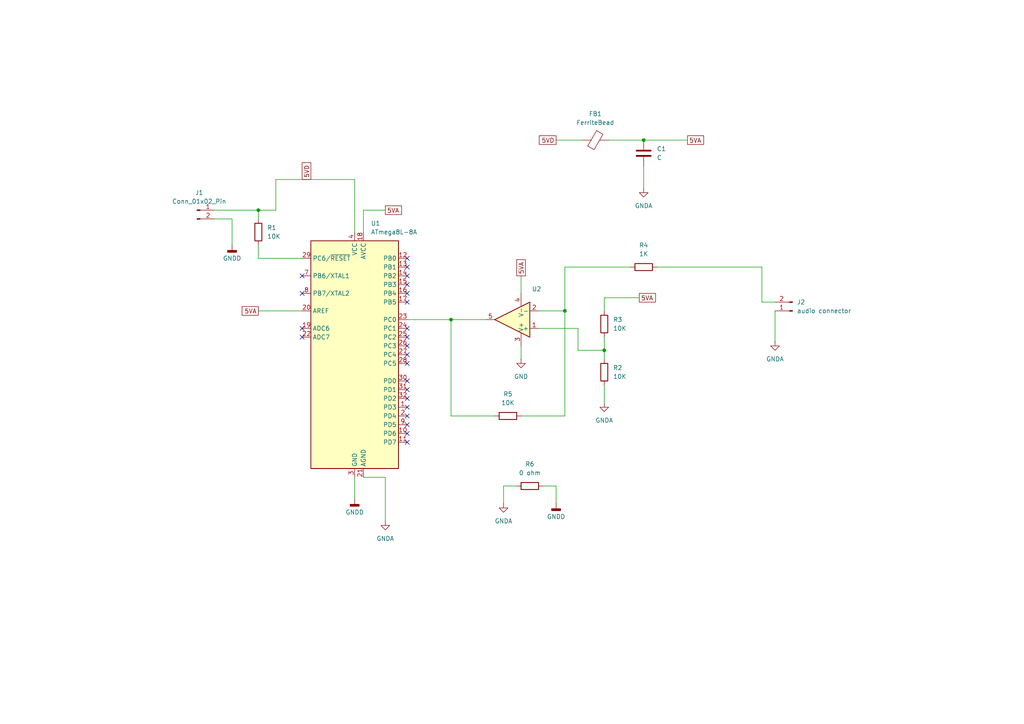
<source format=kicad_sch>
(kicad_sch
	(version 20250114)
	(generator "eeschema")
	(generator_version "9.0")
	(uuid "982cc980-9674-4926-826e-44d056093665")
	(paper "A4")
	(title_block
		(title "Analog-mixed signal project")
		(company "Niyathi arun")
	)
	(lib_symbols
		(symbol "+3.7v:GND"
			(power)
			(pin_numbers
				(hide yes)
			)
			(pin_names
				(offset 0)
				(hide yes)
			)
			(exclude_from_sim no)
			(in_bom yes)
			(on_board yes)
			(property "Reference" "#PWR"
				(at 0 -6.35 0)
				(effects
					(font
						(size 1.27 1.27)
					)
					(hide yes)
				)
			)
			(property "Value" "GND"
				(at 0 -3.81 0)
				(effects
					(font
						(size 1.27 1.27)
					)
				)
			)
			(property "Footprint" ""
				(at 0 0 0)
				(effects
					(font
						(size 1.27 1.27)
					)
					(hide yes)
				)
			)
			(property "Datasheet" ""
				(at 0 0 0)
				(effects
					(font
						(size 1.27 1.27)
					)
					(hide yes)
				)
			)
			(property "Description" "Power symbol creates a global label with name \"GND\" , ground"
				(at 0 0 0)
				(effects
					(font
						(size 1.27 1.27)
					)
					(hide yes)
				)
			)
			(property "ki_keywords" "global power"
				(at 0 0 0)
				(effects
					(font
						(size 1.27 1.27)
					)
					(hide yes)
				)
			)
			(symbol "GND_0_1"
				(polyline
					(pts
						(xy 0 0) (xy 0 -1.27) (xy 1.27 -1.27) (xy 0 -2.54) (xy -1.27 -1.27) (xy 0 -1.27)
					)
					(stroke
						(width 0)
						(type default)
					)
					(fill
						(type none)
					)
				)
			)
			(symbol "GND_1_1"
				(pin power_in line
					(at 0 0 270)
					(length 0)
					(name "~"
						(effects
							(font
								(size 1.27 1.27)
							)
						)
					)
					(number "1"
						(effects
							(font
								(size 1.27 1.27)
							)
						)
					)
				)
			)
			(embedded_fonts no)
		)
		(symbol "+3.7v:GNDA"
			(power)
			(pin_numbers
				(hide yes)
			)
			(pin_names
				(offset 0)
				(hide yes)
			)
			(exclude_from_sim no)
			(in_bom yes)
			(on_board yes)
			(property "Reference" "#PWR"
				(at 0 -6.35 0)
				(effects
					(font
						(size 1.27 1.27)
					)
					(hide yes)
				)
			)
			(property "Value" "GNDA"
				(at 0 -3.81 0)
				(effects
					(font
						(size 1.27 1.27)
					)
				)
			)
			(property "Footprint" ""
				(at 0 0 0)
				(effects
					(font
						(size 1.27 1.27)
					)
					(hide yes)
				)
			)
			(property "Datasheet" ""
				(at 0 0 0)
				(effects
					(font
						(size 1.27 1.27)
					)
					(hide yes)
				)
			)
			(property "Description" "Power symbol creates a global label with name \"GNDA\" , analog ground"
				(at 0 0 0)
				(effects
					(font
						(size 1.27 1.27)
					)
					(hide yes)
				)
			)
			(property "ki_keywords" "global power"
				(at 0 0 0)
				(effects
					(font
						(size 1.27 1.27)
					)
					(hide yes)
				)
			)
			(symbol "GNDA_0_1"
				(polyline
					(pts
						(xy 0 0) (xy 0 -1.27) (xy 1.27 -1.27) (xy 0 -2.54) (xy -1.27 -1.27) (xy 0 -1.27)
					)
					(stroke
						(width 0)
						(type default)
					)
					(fill
						(type none)
					)
				)
			)
			(symbol "GNDA_1_1"
				(pin power_in line
					(at 0 0 270)
					(length 0)
					(name "~"
						(effects
							(font
								(size 1.27 1.27)
							)
						)
					)
					(number "1"
						(effects
							(font
								(size 1.27 1.27)
							)
						)
					)
				)
			)
			(embedded_fonts no)
		)
		(symbol "+3.7v:GNDD"
			(power)
			(pin_numbers
				(hide yes)
			)
			(pin_names
				(offset 0)
				(hide yes)
			)
			(exclude_from_sim no)
			(in_bom yes)
			(on_board yes)
			(property "Reference" "#PWR"
				(at 0 -6.35 0)
				(effects
					(font
						(size 1.27 1.27)
					)
					(hide yes)
				)
			)
			(property "Value" "GNDD"
				(at 0 -3.175 0)
				(effects
					(font
						(size 1.27 1.27)
					)
				)
			)
			(property "Footprint" ""
				(at 0 0 0)
				(effects
					(font
						(size 1.27 1.27)
					)
					(hide yes)
				)
			)
			(property "Datasheet" ""
				(at 0 0 0)
				(effects
					(font
						(size 1.27 1.27)
					)
					(hide yes)
				)
			)
			(property "Description" "Power symbol creates a global label with name \"GNDD\" , digital ground"
				(at 0 0 0)
				(effects
					(font
						(size 1.27 1.27)
					)
					(hide yes)
				)
			)
			(property "ki_keywords" "global power"
				(at 0 0 0)
				(effects
					(font
						(size 1.27 1.27)
					)
					(hide yes)
				)
			)
			(symbol "GNDD_0_1"
				(rectangle
					(start -1.27 -1.524)
					(end 1.27 -2.032)
					(stroke
						(width 0.254)
						(type default)
					)
					(fill
						(type outline)
					)
				)
				(polyline
					(pts
						(xy 0 0) (xy 0 -1.524)
					)
					(stroke
						(width 0)
						(type default)
					)
					(fill
						(type none)
					)
				)
			)
			(symbol "GNDD_1_1"
				(pin power_in line
					(at 0 0 270)
					(length 0)
					(name "~"
						(effects
							(font
								(size 1.27 1.27)
							)
						)
					)
					(number "1"
						(effects
							(font
								(size 1.27 1.27)
							)
						)
					)
				)
			)
			(embedded_fonts no)
		)
		(symbol "Connector:Conn_01x02_Pin"
			(pin_names
				(offset 1.016)
				(hide yes)
			)
			(exclude_from_sim no)
			(in_bom yes)
			(on_board yes)
			(property "Reference" "J"
				(at 0 2.54 0)
				(effects
					(font
						(size 1.27 1.27)
					)
				)
			)
			(property "Value" "Conn_01x02_Pin"
				(at 0 -5.08 0)
				(effects
					(font
						(size 1.27 1.27)
					)
				)
			)
			(property "Footprint" ""
				(at 0 0 0)
				(effects
					(font
						(size 1.27 1.27)
					)
					(hide yes)
				)
			)
			(property "Datasheet" "~"
				(at 0 0 0)
				(effects
					(font
						(size 1.27 1.27)
					)
					(hide yes)
				)
			)
			(property "Description" "Generic connector, single row, 01x02, script generated"
				(at 0 0 0)
				(effects
					(font
						(size 1.27 1.27)
					)
					(hide yes)
				)
			)
			(property "ki_locked" ""
				(at 0 0 0)
				(effects
					(font
						(size 1.27 1.27)
					)
				)
			)
			(property "ki_keywords" "connector"
				(at 0 0 0)
				(effects
					(font
						(size 1.27 1.27)
					)
					(hide yes)
				)
			)
			(property "ki_fp_filters" "Connector*:*_1x??_*"
				(at 0 0 0)
				(effects
					(font
						(size 1.27 1.27)
					)
					(hide yes)
				)
			)
			(symbol "Conn_01x02_Pin_1_1"
				(rectangle
					(start 0.8636 0.127)
					(end 0 -0.127)
					(stroke
						(width 0.1524)
						(type default)
					)
					(fill
						(type outline)
					)
				)
				(rectangle
					(start 0.8636 -2.413)
					(end 0 -2.667)
					(stroke
						(width 0.1524)
						(type default)
					)
					(fill
						(type outline)
					)
				)
				(polyline
					(pts
						(xy 1.27 0) (xy 0.8636 0)
					)
					(stroke
						(width 0.1524)
						(type default)
					)
					(fill
						(type none)
					)
				)
				(polyline
					(pts
						(xy 1.27 -2.54) (xy 0.8636 -2.54)
					)
					(stroke
						(width 0.1524)
						(type default)
					)
					(fill
						(type none)
					)
				)
				(pin passive line
					(at 5.08 0 180)
					(length 3.81)
					(name "Pin_1"
						(effects
							(font
								(size 1.27 1.27)
							)
						)
					)
					(number "1"
						(effects
							(font
								(size 1.27 1.27)
							)
						)
					)
				)
				(pin passive line
					(at 5.08 -2.54 180)
					(length 3.81)
					(name "Pin_2"
						(effects
							(font
								(size 1.27 1.27)
							)
						)
					)
					(number "2"
						(effects
							(font
								(size 1.27 1.27)
							)
						)
					)
				)
			)
			(embedded_fonts no)
		)
		(symbol "Device:C"
			(pin_numbers
				(hide yes)
			)
			(pin_names
				(offset 0.254)
			)
			(exclude_from_sim no)
			(in_bom yes)
			(on_board yes)
			(property "Reference" "C"
				(at 0.635 2.54 0)
				(effects
					(font
						(size 1.27 1.27)
					)
					(justify left)
				)
			)
			(property "Value" "C"
				(at 0.635 -2.54 0)
				(effects
					(font
						(size 1.27 1.27)
					)
					(justify left)
				)
			)
			(property "Footprint" ""
				(at 0.9652 -3.81 0)
				(effects
					(font
						(size 1.27 1.27)
					)
					(hide yes)
				)
			)
			(property "Datasheet" "~"
				(at 0 0 0)
				(effects
					(font
						(size 1.27 1.27)
					)
					(hide yes)
				)
			)
			(property "Description" "Unpolarized capacitor"
				(at 0 0 0)
				(effects
					(font
						(size 1.27 1.27)
					)
					(hide yes)
				)
			)
			(property "ki_keywords" "cap capacitor"
				(at 0 0 0)
				(effects
					(font
						(size 1.27 1.27)
					)
					(hide yes)
				)
			)
			(property "ki_fp_filters" "C_*"
				(at 0 0 0)
				(effects
					(font
						(size 1.27 1.27)
					)
					(hide yes)
				)
			)
			(symbol "C_0_1"
				(polyline
					(pts
						(xy -2.032 0.762) (xy 2.032 0.762)
					)
					(stroke
						(width 0.508)
						(type default)
					)
					(fill
						(type none)
					)
				)
				(polyline
					(pts
						(xy -2.032 -0.762) (xy 2.032 -0.762)
					)
					(stroke
						(width 0.508)
						(type default)
					)
					(fill
						(type none)
					)
				)
			)
			(symbol "C_1_1"
				(pin passive line
					(at 0 3.81 270)
					(length 2.794)
					(name "~"
						(effects
							(font
								(size 1.27 1.27)
							)
						)
					)
					(number "1"
						(effects
							(font
								(size 1.27 1.27)
							)
						)
					)
				)
				(pin passive line
					(at 0 -3.81 90)
					(length 2.794)
					(name "~"
						(effects
							(font
								(size 1.27 1.27)
							)
						)
					)
					(number "2"
						(effects
							(font
								(size 1.27 1.27)
							)
						)
					)
				)
			)
			(embedded_fonts no)
		)
		(symbol "Device:FerriteBead"
			(pin_numbers
				(hide yes)
			)
			(pin_names
				(offset 0)
			)
			(exclude_from_sim no)
			(in_bom yes)
			(on_board yes)
			(property "Reference" "FB"
				(at -3.81 0.635 90)
				(effects
					(font
						(size 1.27 1.27)
					)
				)
			)
			(property "Value" "FerriteBead"
				(at 3.81 0 90)
				(effects
					(font
						(size 1.27 1.27)
					)
				)
			)
			(property "Footprint" ""
				(at -1.778 0 90)
				(effects
					(font
						(size 1.27 1.27)
					)
					(hide yes)
				)
			)
			(property "Datasheet" "~"
				(at 0 0 0)
				(effects
					(font
						(size 1.27 1.27)
					)
					(hide yes)
				)
			)
			(property "Description" "Ferrite bead"
				(at 0 0 0)
				(effects
					(font
						(size 1.27 1.27)
					)
					(hide yes)
				)
			)
			(property "ki_keywords" "L ferrite bead inductor filter"
				(at 0 0 0)
				(effects
					(font
						(size 1.27 1.27)
					)
					(hide yes)
				)
			)
			(property "ki_fp_filters" "Inductor_* L_* *Ferrite*"
				(at 0 0 0)
				(effects
					(font
						(size 1.27 1.27)
					)
					(hide yes)
				)
			)
			(symbol "FerriteBead_0_1"
				(polyline
					(pts
						(xy -2.7686 0.4064) (xy -1.7018 2.2606) (xy 2.7686 -0.3048) (xy 1.6764 -2.159) (xy -2.7686 0.4064)
					)
					(stroke
						(width 0)
						(type default)
					)
					(fill
						(type none)
					)
				)
				(polyline
					(pts
						(xy 0 1.27) (xy 0 1.2954)
					)
					(stroke
						(width 0)
						(type default)
					)
					(fill
						(type none)
					)
				)
				(polyline
					(pts
						(xy 0 -1.27) (xy 0 -1.2192)
					)
					(stroke
						(width 0)
						(type default)
					)
					(fill
						(type none)
					)
				)
			)
			(symbol "FerriteBead_1_1"
				(pin passive line
					(at 0 3.81 270)
					(length 2.54)
					(name "~"
						(effects
							(font
								(size 1.27 1.27)
							)
						)
					)
					(number "1"
						(effects
							(font
								(size 1.27 1.27)
							)
						)
					)
				)
				(pin passive line
					(at 0 -3.81 90)
					(length 2.54)
					(name "~"
						(effects
							(font
								(size 1.27 1.27)
							)
						)
					)
					(number "2"
						(effects
							(font
								(size 1.27 1.27)
							)
						)
					)
				)
			)
			(embedded_fonts no)
		)
		(symbol "Device:R"
			(pin_numbers
				(hide yes)
			)
			(pin_names
				(offset 0)
			)
			(exclude_from_sim no)
			(in_bom yes)
			(on_board yes)
			(property "Reference" "R"
				(at 2.032 0 90)
				(effects
					(font
						(size 1.27 1.27)
					)
				)
			)
			(property "Value" "R"
				(at 0 0 90)
				(effects
					(font
						(size 1.27 1.27)
					)
				)
			)
			(property "Footprint" ""
				(at -1.778 0 90)
				(effects
					(font
						(size 1.27 1.27)
					)
					(hide yes)
				)
			)
			(property "Datasheet" "~"
				(at 0 0 0)
				(effects
					(font
						(size 1.27 1.27)
					)
					(hide yes)
				)
			)
			(property "Description" "Resistor"
				(at 0 0 0)
				(effects
					(font
						(size 1.27 1.27)
					)
					(hide yes)
				)
			)
			(property "ki_keywords" "R res resistor"
				(at 0 0 0)
				(effects
					(font
						(size 1.27 1.27)
					)
					(hide yes)
				)
			)
			(property "ki_fp_filters" "R_*"
				(at 0 0 0)
				(effects
					(font
						(size 1.27 1.27)
					)
					(hide yes)
				)
			)
			(symbol "R_0_1"
				(rectangle
					(start -1.016 -2.54)
					(end 1.016 2.54)
					(stroke
						(width 0.254)
						(type default)
					)
					(fill
						(type none)
					)
				)
			)
			(symbol "R_1_1"
				(pin passive line
					(at 0 3.81 270)
					(length 1.27)
					(name "~"
						(effects
							(font
								(size 1.27 1.27)
							)
						)
					)
					(number "1"
						(effects
							(font
								(size 1.27 1.27)
							)
						)
					)
				)
				(pin passive line
					(at 0 -3.81 90)
					(length 1.27)
					(name "~"
						(effects
							(font
								(size 1.27 1.27)
							)
						)
					)
					(number "2"
						(effects
							(font
								(size 1.27 1.27)
							)
						)
					)
				)
			)
			(embedded_fonts no)
		)
		(symbol "MCU_Microchip_ATmega:ATmega8L-8A"
			(exclude_from_sim no)
			(in_bom yes)
			(on_board yes)
			(property "Reference" "U"
				(at -12.7 34.29 0)
				(effects
					(font
						(size 1.27 1.27)
					)
					(justify left bottom)
				)
			)
			(property "Value" "ATmega8L-8A"
				(at 5.08 -34.29 0)
				(effects
					(font
						(size 1.27 1.27)
					)
					(justify left top)
				)
			)
			(property "Footprint" "Package_QFP:TQFP-32_7x7mm_P0.8mm"
				(at 0 0 0)
				(effects
					(font
						(size 1.27 1.27)
						(italic yes)
					)
					(hide yes)
				)
			)
			(property "Datasheet" "http://ww1.microchip.com/downloads/en/DeviceDoc/atmel-2486-8-bit-avr-microcontroller-atmega8_l_datasheet.pdf"
				(at 0 0 0)
				(effects
					(font
						(size 1.27 1.27)
					)
					(hide yes)
				)
			)
			(property "Description" "8MHz, 8kB Flash, 1kB SRAM, 512B EEPROM, TQFP-32"
				(at 0 0 0)
				(effects
					(font
						(size 1.27 1.27)
					)
					(hide yes)
				)
			)
			(property "ki_keywords" "AVR 8bit Microcontroller MegaAVR"
				(at 0 0 0)
				(effects
					(font
						(size 1.27 1.27)
					)
					(hide yes)
				)
			)
			(property "ki_fp_filters" "TQFP*7x7mm*P0.8mm*"
				(at 0 0 0)
				(effects
					(font
						(size 1.27 1.27)
					)
					(hide yes)
				)
			)
			(symbol "ATmega8L-8A_0_1"
				(rectangle
					(start -12.7 -33.02)
					(end 12.7 33.02)
					(stroke
						(width 0.254)
						(type default)
					)
					(fill
						(type background)
					)
				)
			)
			(symbol "ATmega8L-8A_1_1"
				(pin bidirectional line
					(at -15.24 27.94 0)
					(length 2.54)
					(name "PC6/~{RESET}"
						(effects
							(font
								(size 1.27 1.27)
							)
						)
					)
					(number "29"
						(effects
							(font
								(size 1.27 1.27)
							)
						)
					)
				)
				(pin bidirectional line
					(at -15.24 22.86 0)
					(length 2.54)
					(name "PB6/XTAL1"
						(effects
							(font
								(size 1.27 1.27)
							)
						)
					)
					(number "7"
						(effects
							(font
								(size 1.27 1.27)
							)
						)
					)
				)
				(pin bidirectional line
					(at -15.24 17.78 0)
					(length 2.54)
					(name "PB7/XTAL2"
						(effects
							(font
								(size 1.27 1.27)
							)
						)
					)
					(number "8"
						(effects
							(font
								(size 1.27 1.27)
							)
						)
					)
				)
				(pin passive line
					(at -15.24 12.7 0)
					(length 2.54)
					(name "AREF"
						(effects
							(font
								(size 1.27 1.27)
							)
						)
					)
					(number "20"
						(effects
							(font
								(size 1.27 1.27)
							)
						)
					)
				)
				(pin input line
					(at -15.24 7.62 0)
					(length 2.54)
					(name "ADC6"
						(effects
							(font
								(size 1.27 1.27)
							)
						)
					)
					(number "19"
						(effects
							(font
								(size 1.27 1.27)
							)
						)
					)
				)
				(pin input line
					(at -15.24 5.08 0)
					(length 2.54)
					(name "ADC7"
						(effects
							(font
								(size 1.27 1.27)
							)
						)
					)
					(number "22"
						(effects
							(font
								(size 1.27 1.27)
							)
						)
					)
				)
				(pin power_in line
					(at 0 35.56 270)
					(length 2.54)
					(name "VCC"
						(effects
							(font
								(size 1.27 1.27)
							)
						)
					)
					(number "4"
						(effects
							(font
								(size 1.27 1.27)
							)
						)
					)
				)
				(pin passive line
					(at 0 35.56 270)
					(length 2.54)
					(hide yes)
					(name "VCC"
						(effects
							(font
								(size 1.27 1.27)
							)
						)
					)
					(number "6"
						(effects
							(font
								(size 1.27 1.27)
							)
						)
					)
				)
				(pin power_in line
					(at 0 -35.56 90)
					(length 2.54)
					(name "GND"
						(effects
							(font
								(size 1.27 1.27)
							)
						)
					)
					(number "3"
						(effects
							(font
								(size 1.27 1.27)
							)
						)
					)
				)
				(pin passive line
					(at 0 -35.56 90)
					(length 2.54)
					(hide yes)
					(name "GND"
						(effects
							(font
								(size 1.27 1.27)
							)
						)
					)
					(number "5"
						(effects
							(font
								(size 1.27 1.27)
							)
						)
					)
				)
				(pin power_in line
					(at 2.54 35.56 270)
					(length 2.54)
					(name "AVCC"
						(effects
							(font
								(size 1.27 1.27)
							)
						)
					)
					(number "18"
						(effects
							(font
								(size 1.27 1.27)
							)
						)
					)
				)
				(pin power_in line
					(at 2.54 -35.56 90)
					(length 2.54)
					(name "AGND"
						(effects
							(font
								(size 1.27 1.27)
							)
						)
					)
					(number "21"
						(effects
							(font
								(size 1.27 1.27)
							)
						)
					)
				)
				(pin bidirectional line
					(at 15.24 27.94 180)
					(length 2.54)
					(name "PB0"
						(effects
							(font
								(size 1.27 1.27)
							)
						)
					)
					(number "12"
						(effects
							(font
								(size 1.27 1.27)
							)
						)
					)
				)
				(pin bidirectional line
					(at 15.24 25.4 180)
					(length 2.54)
					(name "PB1"
						(effects
							(font
								(size 1.27 1.27)
							)
						)
					)
					(number "13"
						(effects
							(font
								(size 1.27 1.27)
							)
						)
					)
				)
				(pin bidirectional line
					(at 15.24 22.86 180)
					(length 2.54)
					(name "PB2"
						(effects
							(font
								(size 1.27 1.27)
							)
						)
					)
					(number "14"
						(effects
							(font
								(size 1.27 1.27)
							)
						)
					)
				)
				(pin bidirectional line
					(at 15.24 20.32 180)
					(length 2.54)
					(name "PB3"
						(effects
							(font
								(size 1.27 1.27)
							)
						)
					)
					(number "15"
						(effects
							(font
								(size 1.27 1.27)
							)
						)
					)
				)
				(pin bidirectional line
					(at 15.24 17.78 180)
					(length 2.54)
					(name "PB4"
						(effects
							(font
								(size 1.27 1.27)
							)
						)
					)
					(number "16"
						(effects
							(font
								(size 1.27 1.27)
							)
						)
					)
				)
				(pin bidirectional line
					(at 15.24 15.24 180)
					(length 2.54)
					(name "PB5"
						(effects
							(font
								(size 1.27 1.27)
							)
						)
					)
					(number "17"
						(effects
							(font
								(size 1.27 1.27)
							)
						)
					)
				)
				(pin bidirectional line
					(at 15.24 10.16 180)
					(length 2.54)
					(name "PC0"
						(effects
							(font
								(size 1.27 1.27)
							)
						)
					)
					(number "23"
						(effects
							(font
								(size 1.27 1.27)
							)
						)
					)
				)
				(pin bidirectional line
					(at 15.24 7.62 180)
					(length 2.54)
					(name "PC1"
						(effects
							(font
								(size 1.27 1.27)
							)
						)
					)
					(number "24"
						(effects
							(font
								(size 1.27 1.27)
							)
						)
					)
				)
				(pin bidirectional line
					(at 15.24 5.08 180)
					(length 2.54)
					(name "PC2"
						(effects
							(font
								(size 1.27 1.27)
							)
						)
					)
					(number "25"
						(effects
							(font
								(size 1.27 1.27)
							)
						)
					)
				)
				(pin bidirectional line
					(at 15.24 2.54 180)
					(length 2.54)
					(name "PC3"
						(effects
							(font
								(size 1.27 1.27)
							)
						)
					)
					(number "26"
						(effects
							(font
								(size 1.27 1.27)
							)
						)
					)
				)
				(pin bidirectional line
					(at 15.24 0 180)
					(length 2.54)
					(name "PC4"
						(effects
							(font
								(size 1.27 1.27)
							)
						)
					)
					(number "27"
						(effects
							(font
								(size 1.27 1.27)
							)
						)
					)
				)
				(pin bidirectional line
					(at 15.24 -2.54 180)
					(length 2.54)
					(name "PC5"
						(effects
							(font
								(size 1.27 1.27)
							)
						)
					)
					(number "28"
						(effects
							(font
								(size 1.27 1.27)
							)
						)
					)
				)
				(pin bidirectional line
					(at 15.24 -7.62 180)
					(length 2.54)
					(name "PD0"
						(effects
							(font
								(size 1.27 1.27)
							)
						)
					)
					(number "30"
						(effects
							(font
								(size 1.27 1.27)
							)
						)
					)
				)
				(pin bidirectional line
					(at 15.24 -10.16 180)
					(length 2.54)
					(name "PD1"
						(effects
							(font
								(size 1.27 1.27)
							)
						)
					)
					(number "31"
						(effects
							(font
								(size 1.27 1.27)
							)
						)
					)
				)
				(pin bidirectional line
					(at 15.24 -12.7 180)
					(length 2.54)
					(name "PD2"
						(effects
							(font
								(size 1.27 1.27)
							)
						)
					)
					(number "32"
						(effects
							(font
								(size 1.27 1.27)
							)
						)
					)
				)
				(pin bidirectional line
					(at 15.24 -15.24 180)
					(length 2.54)
					(name "PD3"
						(effects
							(font
								(size 1.27 1.27)
							)
						)
					)
					(number "1"
						(effects
							(font
								(size 1.27 1.27)
							)
						)
					)
				)
				(pin bidirectional line
					(at 15.24 -17.78 180)
					(length 2.54)
					(name "PD4"
						(effects
							(font
								(size 1.27 1.27)
							)
						)
					)
					(number "2"
						(effects
							(font
								(size 1.27 1.27)
							)
						)
					)
				)
				(pin bidirectional line
					(at 15.24 -20.32 180)
					(length 2.54)
					(name "PD5"
						(effects
							(font
								(size 1.27 1.27)
							)
						)
					)
					(number "9"
						(effects
							(font
								(size 1.27 1.27)
							)
						)
					)
				)
				(pin bidirectional line
					(at 15.24 -22.86 180)
					(length 2.54)
					(name "PD6"
						(effects
							(font
								(size 1.27 1.27)
							)
						)
					)
					(number "10"
						(effects
							(font
								(size 1.27 1.27)
							)
						)
					)
				)
				(pin bidirectional line
					(at 15.24 -25.4 180)
					(length 2.54)
					(name "PD7"
						(effects
							(font
								(size 1.27 1.27)
							)
						)
					)
					(number "11"
						(effects
							(font
								(size 1.27 1.27)
							)
						)
					)
				)
			)
			(embedded_fonts no)
		)
		(symbol "Simulation_SPICE:OPAMP"
			(pin_names
				(offset 0.254)
			)
			(exclude_from_sim no)
			(in_bom yes)
			(on_board yes)
			(property "Reference" "U"
				(at 3.81 3.175 0)
				(effects
					(font
						(size 1.27 1.27)
					)
					(justify left)
				)
			)
			(property "Value" "${SIM.PARAMS}"
				(at 3.81 -3.175 0)
				(effects
					(font
						(size 1.27 1.27)
					)
					(justify left)
				)
			)
			(property "Footprint" ""
				(at 0 0 0)
				(effects
					(font
						(size 1.27 1.27)
					)
					(hide yes)
				)
			)
			(property "Datasheet" "https://ngspice.sourceforge.io/docs/ngspice-html-manual/manual.xhtml#sec__SUBCKT_Subcircuits"
				(at 0 0 0)
				(effects
					(font
						(size 1.27 1.27)
					)
					(hide yes)
				)
			)
			(property "Description" "Operational amplifier, single"
				(at 0 0 0)
				(effects
					(font
						(size 1.27 1.27)
					)
					(hide yes)
				)
			)
			(property "Sim.Pins" "1=in+ 2=in- 3=vcc 4=vee 5=out"
				(at 0 0 0)
				(effects
					(font
						(size 1.27 1.27)
					)
					(hide yes)
				)
			)
			(property "Sim.Device" "SUBCKT"
				(at 0 0 0)
				(effects
					(font
						(size 1.27 1.27)
					)
					(justify left)
					(hide yes)
				)
			)
			(property "Sim.Library" "${KICAD9_SYMBOL_DIR}/Simulation_SPICE.sp"
				(at 0 0 0)
				(effects
					(font
						(size 1.27 1.27)
					)
					(hide yes)
				)
			)
			(property "Sim.Name" "kicad_builtin_opamp"
				(at 0 0 0)
				(effects
					(font
						(size 1.27 1.27)
					)
					(hide yes)
				)
			)
			(property "ki_keywords" "simulation"
				(at 0 0 0)
				(effects
					(font
						(size 1.27 1.27)
					)
					(hide yes)
				)
			)
			(symbol "OPAMP_0_1"
				(polyline
					(pts
						(xy 5.08 0) (xy -5.08 5.08) (xy -5.08 -5.08) (xy 5.08 0)
					)
					(stroke
						(width 0.254)
						(type default)
					)
					(fill
						(type background)
					)
				)
			)
			(symbol "OPAMP_1_1"
				(pin input line
					(at -7.62 2.54 0)
					(length 2.54)
					(name "+"
						(effects
							(font
								(size 1.27 1.27)
							)
						)
					)
					(number "1"
						(effects
							(font
								(size 1.27 1.27)
							)
						)
					)
				)
				(pin input line
					(at -7.62 -2.54 0)
					(length 2.54)
					(name "-"
						(effects
							(font
								(size 1.27 1.27)
							)
						)
					)
					(number "2"
						(effects
							(font
								(size 1.27 1.27)
							)
						)
					)
				)
				(pin power_in line
					(at -2.54 7.62 270)
					(length 3.81)
					(name "V+"
						(effects
							(font
								(size 1.27 1.27)
							)
						)
					)
					(number "3"
						(effects
							(font
								(size 1.27 1.27)
							)
						)
					)
				)
				(pin power_in line
					(at -2.54 -7.62 90)
					(length 3.81)
					(name "V-"
						(effects
							(font
								(size 1.27 1.27)
							)
						)
					)
					(number "4"
						(effects
							(font
								(size 1.27 1.27)
							)
						)
					)
				)
				(pin output line
					(at 7.62 0 180)
					(length 2.54)
					(name "~"
						(effects
							(font
								(size 1.27 1.27)
							)
						)
					)
					(number "5"
						(effects
							(font
								(size 1.27 1.27)
							)
						)
					)
				)
			)
			(embedded_fonts no)
		)
	)
	(junction
		(at 186.69 40.64)
		(diameter 0)
		(color 0 0 0 0)
		(uuid "48069178-7046-4435-a3e6-b104c145947e")
	)
	(junction
		(at 175.26 101.6)
		(diameter 0)
		(color 0 0 0 0)
		(uuid "6bd19577-bbb5-44b5-9d22-6847051cc345")
	)
	(junction
		(at 130.81 92.71)
		(diameter 0)
		(color 0 0 0 0)
		(uuid "994a3b40-8a48-41b4-8c6f-ad5f43a26e1f")
	)
	(junction
		(at 163.83 90.17)
		(diameter 0)
		(color 0 0 0 0)
		(uuid "af96005c-3e23-4bf0-966e-4990163c11d2")
	)
	(junction
		(at 74.93 60.96)
		(diameter 0)
		(color 0 0 0 0)
		(uuid "fca5ba58-5f07-471d-94ee-a93741969ecb")
	)
	(no_connect
		(at 118.11 95.25)
		(uuid "039a715b-40ab-4aaa-b1c3-79e74dee408f")
	)
	(no_connect
		(at 118.11 97.79)
		(uuid "13794c8c-cdee-4cd9-a6ac-da2421395556")
	)
	(no_connect
		(at 118.11 113.03)
		(uuid "1585aad4-6e46-49ee-a5ee-ca4826dfe4b6")
	)
	(no_connect
		(at 87.63 85.09)
		(uuid "19ada8bd-c6f5-4f78-84ec-c24555d2ef79")
	)
	(no_connect
		(at 118.11 87.63)
		(uuid "1a8b47e2-75aa-42d4-97e9-e4e117b2e790")
	)
	(no_connect
		(at 118.11 128.27)
		(uuid "1a979fe0-edd7-422e-bceb-3871aaaacbf8")
	)
	(no_connect
		(at 87.63 95.25)
		(uuid "2bcc6f27-4499-4cab-aca3-a7ea507863df")
	)
	(no_connect
		(at 118.11 105.41)
		(uuid "53561a17-d8c5-4093-847d-7a91d3ff0f4d")
	)
	(no_connect
		(at 118.11 118.11)
		(uuid "750d9e19-bd20-4ec3-80b5-f8e910256966")
	)
	(no_connect
		(at 118.11 125.73)
		(uuid "80af0e98-9262-4884-968f-1a915ad45de6")
	)
	(no_connect
		(at 118.11 77.47)
		(uuid "82a0cdbc-08cd-47da-9bf8-8e75f9236f56")
	)
	(no_connect
		(at 118.11 110.49)
		(uuid "85129687-79c0-45bb-adb4-60e4ca83d753")
	)
	(no_connect
		(at 118.11 82.55)
		(uuid "8b83ed2a-93c2-45d6-b62f-4a23ff439faa")
	)
	(no_connect
		(at 118.11 120.65)
		(uuid "9145d593-e957-4836-b248-5e4cfdffbfcd")
	)
	(no_connect
		(at 118.11 123.19)
		(uuid "97ef13f9-60f6-4a99-8c48-27de9931ca5e")
	)
	(no_connect
		(at 87.63 97.79)
		(uuid "9ca65095-834c-456e-8660-93df476b5063")
	)
	(no_connect
		(at 118.11 115.57)
		(uuid "9f2e4f33-0481-41e6-9d65-40b0f2526f57")
	)
	(no_connect
		(at 87.63 80.01)
		(uuid "a98e4bb1-8fef-49fc-b4db-f87d9253a66f")
	)
	(no_connect
		(at 118.11 102.87)
		(uuid "bd6da6e0-5dc4-4d04-8347-f4ae61b12434")
	)
	(no_connect
		(at 118.11 74.93)
		(uuid "cfc65fde-2096-4559-a5f5-47e1762a5d56")
	)
	(no_connect
		(at 118.11 80.01)
		(uuid "d1d6fe7a-eb36-4a50-b94d-b8c6c517f218")
	)
	(no_connect
		(at 118.11 85.09)
		(uuid "e205a002-6a37-4530-bb56-2a296b206801")
	)
	(no_connect
		(at 118.11 100.33)
		(uuid "f2356175-b28b-4a10-9119-527539bef867")
	)
	(wire
		(pts
			(xy 130.81 120.65) (xy 143.51 120.65)
		)
		(stroke
			(width 0)
			(type default)
		)
		(uuid "0134e34f-2e32-42d7-ab4e-4d666c7d13b1")
	)
	(wire
		(pts
			(xy 102.87 52.07) (xy 80.01 52.07)
		)
		(stroke
			(width 0)
			(type default)
		)
		(uuid "07f0134d-d26b-4e0a-a095-5b6e71681e07")
	)
	(wire
		(pts
			(xy 190.5 77.47) (xy 220.98 77.47)
		)
		(stroke
			(width 0)
			(type default)
		)
		(uuid "0ec6ddc5-cc87-4edc-9181-3dfcd1ffcc89")
	)
	(wire
		(pts
			(xy 74.93 74.93) (xy 87.63 74.93)
		)
		(stroke
			(width 0)
			(type default)
		)
		(uuid "1228088b-3c79-4f27-ae2a-88fd0318648b")
	)
	(wire
		(pts
			(xy 186.69 40.64) (xy 199.39 40.64)
		)
		(stroke
			(width 0)
			(type default)
		)
		(uuid "16eb06e6-db1d-44e1-a468-99aee2bab524")
	)
	(wire
		(pts
			(xy 175.26 111.76) (xy 175.26 116.84)
		)
		(stroke
			(width 0)
			(type default)
		)
		(uuid "19e7a86b-1ebb-4a54-b39a-070c62facf2e")
	)
	(wire
		(pts
			(xy 151.13 80.01) (xy 151.13 85.09)
		)
		(stroke
			(width 0)
			(type default)
		)
		(uuid "1e6af1e9-3d6a-4a0f-8bb2-c6361031aedd")
	)
	(wire
		(pts
			(xy 167.64 101.6) (xy 175.26 101.6)
		)
		(stroke
			(width 0)
			(type default)
		)
		(uuid "1fc15fd5-7b11-4d29-b425-60df8e03fc55")
	)
	(wire
		(pts
			(xy 146.05 140.97) (xy 146.05 146.05)
		)
		(stroke
			(width 0)
			(type default)
		)
		(uuid "20b0e799-66ea-40c5-8cc5-a99c4885b3cf")
	)
	(wire
		(pts
			(xy 130.81 92.71) (xy 140.97 92.71)
		)
		(stroke
			(width 0)
			(type default)
		)
		(uuid "276779be-524e-4de7-b28d-e712c46b4173")
	)
	(wire
		(pts
			(xy 220.98 77.47) (xy 220.98 87.63)
		)
		(stroke
			(width 0)
			(type default)
		)
		(uuid "2fc4cfe0-cc42-4c66-a709-1d7d40cae617")
	)
	(wire
		(pts
			(xy 156.21 90.17) (xy 163.83 90.17)
		)
		(stroke
			(width 0)
			(type default)
		)
		(uuid "36c1c2f7-bac4-45c2-8697-2a8a270db568")
	)
	(wire
		(pts
			(xy 163.83 77.47) (xy 182.88 77.47)
		)
		(stroke
			(width 0)
			(type default)
		)
		(uuid "41e8039e-718c-4b1a-8632-8f0298a959d1")
	)
	(wire
		(pts
			(xy 102.87 52.07) (xy 102.87 67.31)
		)
		(stroke
			(width 0)
			(type default)
		)
		(uuid "4a3c6f1a-507f-4f9d-98f6-df5c39c4d191")
	)
	(wire
		(pts
			(xy 175.26 86.36) (xy 185.42 86.36)
		)
		(stroke
			(width 0)
			(type default)
		)
		(uuid "4d9c8088-4e53-4b61-a73c-aef9111544ab")
	)
	(wire
		(pts
			(xy 175.26 97.79) (xy 175.26 101.6)
		)
		(stroke
			(width 0)
			(type default)
		)
		(uuid "53afab09-3a67-4e06-9fd9-4fe2ab728484")
	)
	(wire
		(pts
			(xy 186.69 48.26) (xy 186.69 54.61)
		)
		(stroke
			(width 0)
			(type default)
		)
		(uuid "5c30e09a-b930-459e-82f3-ebfa8fe05c4a")
	)
	(wire
		(pts
			(xy 80.01 60.96) (xy 74.93 60.96)
		)
		(stroke
			(width 0)
			(type default)
		)
		(uuid "644137d3-a590-4cf9-a798-eec6b7488f63")
	)
	(wire
		(pts
			(xy 175.26 90.17) (xy 175.26 86.36)
		)
		(stroke
			(width 0)
			(type default)
		)
		(uuid "68a1f881-2e08-4184-9d9c-ab20d259d7c4")
	)
	(wire
		(pts
			(xy 220.98 87.63) (xy 224.79 87.63)
		)
		(stroke
			(width 0)
			(type default)
		)
		(uuid "6a336260-a58f-45ea-b9bc-e2a3e93b4974")
	)
	(wire
		(pts
			(xy 80.01 52.07) (xy 80.01 60.96)
		)
		(stroke
			(width 0)
			(type default)
		)
		(uuid "7a5c4ae6-04b9-4756-a933-2d7471101cbe")
	)
	(wire
		(pts
			(xy 105.41 60.96) (xy 111.76 60.96)
		)
		(stroke
			(width 0)
			(type default)
		)
		(uuid "7eddd241-b8c3-4b58-bcbe-32c466887a16")
	)
	(wire
		(pts
			(xy 149.86 140.97) (xy 146.05 140.97)
		)
		(stroke
			(width 0)
			(type default)
		)
		(uuid "81c1f0d9-e9ce-40e4-8b7f-3314e72daf81")
	)
	(wire
		(pts
			(xy 105.41 67.31) (xy 105.41 60.96)
		)
		(stroke
			(width 0)
			(type default)
		)
		(uuid "81ce12e8-16b2-4072-841f-c847c55ec435")
	)
	(wire
		(pts
			(xy 151.13 120.65) (xy 163.83 120.65)
		)
		(stroke
			(width 0)
			(type default)
		)
		(uuid "89c176a1-62a2-498d-8369-4601c0d7a909")
	)
	(wire
		(pts
			(xy 102.87 138.43) (xy 102.87 144.78)
		)
		(stroke
			(width 0)
			(type default)
		)
		(uuid "8c125cf2-8e73-4c41-8e24-876814752868")
	)
	(wire
		(pts
			(xy 118.11 92.71) (xy 130.81 92.71)
		)
		(stroke
			(width 0)
			(type default)
		)
		(uuid "94127d96-3e44-48b5-bf61-89da58f6b591")
	)
	(wire
		(pts
			(xy 156.21 95.25) (xy 167.64 95.25)
		)
		(stroke
			(width 0)
			(type default)
		)
		(uuid "989e8e47-0531-43ad-bf0b-bee9d652e656")
	)
	(wire
		(pts
			(xy 161.29 40.64) (xy 168.91 40.64)
		)
		(stroke
			(width 0)
			(type default)
		)
		(uuid "9b1ea187-c4ce-4d06-8b0c-22210626d051")
	)
	(wire
		(pts
			(xy 67.31 63.5) (xy 67.31 71.12)
		)
		(stroke
			(width 0)
			(type default)
		)
		(uuid "a2592251-2f4b-46c4-892f-2a9f1538051f")
	)
	(wire
		(pts
			(xy 163.83 120.65) (xy 163.83 90.17)
		)
		(stroke
			(width 0)
			(type default)
		)
		(uuid "a3000cc0-10eb-4bde-a785-4a5c38039421")
	)
	(wire
		(pts
			(xy 74.93 71.12) (xy 74.93 74.93)
		)
		(stroke
			(width 0)
			(type default)
		)
		(uuid "aac6d584-8be9-43c1-ba0b-9c00d647c091")
	)
	(wire
		(pts
			(xy 62.23 60.96) (xy 74.93 60.96)
		)
		(stroke
			(width 0)
			(type default)
		)
		(uuid "adf55d9a-d37d-4187-985c-4a5d5b9624cb")
	)
	(wire
		(pts
			(xy 224.79 90.17) (xy 224.79 99.06)
		)
		(stroke
			(width 0)
			(type default)
		)
		(uuid "b509e628-b048-47a9-bc1d-a788b1769f43")
	)
	(wire
		(pts
			(xy 151.13 100.33) (xy 151.13 104.14)
		)
		(stroke
			(width 0)
			(type default)
		)
		(uuid "bacb71cc-7ae2-432c-a2f4-322f06fe3976")
	)
	(wire
		(pts
			(xy 163.83 90.17) (xy 163.83 77.47)
		)
		(stroke
			(width 0)
			(type default)
		)
		(uuid "bc0d8ebd-b2eb-4c82-a43d-4aa599502cfe")
	)
	(wire
		(pts
			(xy 161.29 140.97) (xy 161.29 146.05)
		)
		(stroke
			(width 0)
			(type default)
		)
		(uuid "bdad2eac-367b-4055-aef9-63abaadfe9a3")
	)
	(wire
		(pts
			(xy 167.64 95.25) (xy 167.64 101.6)
		)
		(stroke
			(width 0)
			(type default)
		)
		(uuid "c2173fb1-f589-4bf3-93b0-40b76fb670e6")
	)
	(wire
		(pts
			(xy 157.48 140.97) (xy 161.29 140.97)
		)
		(stroke
			(width 0)
			(type default)
		)
		(uuid "d25dadd3-7298-4777-b1f6-5ab3da1a2d04")
	)
	(wire
		(pts
			(xy 111.76 138.43) (xy 111.76 151.13)
		)
		(stroke
			(width 0)
			(type default)
		)
		(uuid "d5bbf3a4-dd69-4afe-a535-eb13428539e7")
	)
	(wire
		(pts
			(xy 105.41 138.43) (xy 111.76 138.43)
		)
		(stroke
			(width 0)
			(type default)
		)
		(uuid "dab3350c-7518-43aa-91c0-239987712a2a")
	)
	(wire
		(pts
			(xy 130.81 92.71) (xy 130.81 120.65)
		)
		(stroke
			(width 0)
			(type default)
		)
		(uuid "e9e003d4-a5a6-41db-8e16-575ab28cca65")
	)
	(wire
		(pts
			(xy 175.26 101.6) (xy 175.26 104.14)
		)
		(stroke
			(width 0)
			(type default)
		)
		(uuid "f7c1e80b-3d04-4514-b0ec-ab27d5dba272")
	)
	(wire
		(pts
			(xy 74.93 90.17) (xy 87.63 90.17)
		)
		(stroke
			(width 0)
			(type default)
		)
		(uuid "f7e3e84c-8ba0-4933-b6dc-7056d7ec6181")
	)
	(wire
		(pts
			(xy 176.53 40.64) (xy 186.69 40.64)
		)
		(stroke
			(width 0)
			(type default)
		)
		(uuid "f8cea104-d59f-4414-bbdc-d58d85bfa5c3")
	)
	(wire
		(pts
			(xy 62.23 63.5) (xy 67.31 63.5)
		)
		(stroke
			(width 0)
			(type default)
		)
		(uuid "fedc7767-8537-4a23-9078-190233277fba")
	)
	(wire
		(pts
			(xy 74.93 60.96) (xy 74.93 63.5)
		)
		(stroke
			(width 0)
			(type default)
		)
		(uuid "ffa89483-be60-4c78-82e4-7875f86d0fb7")
	)
	(global_label "5VA"
		(shape passive)
		(at 199.39 40.64 0)
		(fields_autoplaced yes)
		(effects
			(font
				(size 1.27 1.27)
			)
			(justify left)
		)
		(uuid "178182e7-22d3-41c9-987f-ee6aa57b55d8")
		(property "Intersheetrefs" "${INTERSHEET_REFS}"
			(at 204.6506 40.64 0)
			(effects
				(font
					(size 1.27 1.27)
				)
				(justify left)
				(hide yes)
			)
		)
	)
	(global_label "5VA"
		(shape passive)
		(at 185.42 86.36 0)
		(fields_autoplaced yes)
		(effects
			(font
				(size 1.27 1.27)
			)
			(justify left)
		)
		(uuid "1cb6dc35-dac6-4534-bffb-c2e4f9b3571f")
		(property "Intersheetrefs" "${INTERSHEET_REFS}"
			(at 190.6806 86.36 0)
			(effects
				(font
					(size 1.27 1.27)
				)
				(justify left)
				(hide yes)
			)
		)
	)
	(global_label "5VA"
		(shape passive)
		(at 111.76 60.96 0)
		(fields_autoplaced yes)
		(effects
			(font
				(size 1.27 1.27)
			)
			(justify left)
		)
		(uuid "35fbb579-524d-42b5-918d-f4e8cdd01aa4")
		(property "Intersheetrefs" "${INTERSHEET_REFS}"
			(at 117.0206 60.96 0)
			(effects
				(font
					(size 1.27 1.27)
				)
				(justify left)
				(hide yes)
			)
		)
	)
	(global_label "5VA"
		(shape passive)
		(at 74.93 90.17 180)
		(fields_autoplaced yes)
		(effects
			(font
				(size 1.27 1.27)
			)
			(justify right)
		)
		(uuid "a4bde74d-b445-4196-8cc7-419f9bbbd003")
		(property "Intersheetrefs" "${INTERSHEET_REFS}"
			(at 69.6694 90.17 0)
			(effects
				(font
					(size 1.27 1.27)
				)
				(justify right)
				(hide yes)
			)
		)
	)
	(global_label "5VA"
		(shape passive)
		(at 151.13 80.01 90)
		(fields_autoplaced yes)
		(effects
			(font
				(size 1.27 1.27)
			)
			(justify left)
		)
		(uuid "ad92f19b-030a-41c7-9ffa-4016500fda8b")
		(property "Intersheetrefs" "${INTERSHEET_REFS}"
			(at 151.13 74.7494 90)
			(effects
				(font
					(size 1.27 1.27)
				)
				(justify left)
				(hide yes)
			)
		)
	)
	(global_label "5VD"
		(shape passive)
		(at 88.9 52.07 90)
		(fields_autoplaced yes)
		(effects
			(font
				(size 1.27 1.27)
			)
			(justify left)
		)
		(uuid "dd44bf0c-39e3-423c-8974-740ec96de140")
		(property "Intersheetrefs" "${INTERSHEET_REFS}"
			(at 88.9 46.628 90)
			(effects
				(font
					(size 1.27 1.27)
				)
				(justify left)
				(hide yes)
			)
		)
	)
	(global_label "5VD"
		(shape passive)
		(at 161.29 40.64 180)
		(fields_autoplaced yes)
		(effects
			(font
				(size 1.27 1.27)
			)
			(justify right)
		)
		(uuid "e15827f5-4800-4b8f-8627-17a4b0b97cd1")
		(property "Intersheetrefs" "${INTERSHEET_REFS}"
			(at 155.848 40.64 0)
			(effects
				(font
					(size 1.27 1.27)
				)
				(justify right)
				(hide yes)
			)
		)
	)
	(symbol
		(lib_id "+3.7v:GNDA")
		(at 224.79 99.06 0)
		(unit 1)
		(exclude_from_sim no)
		(in_bom yes)
		(on_board yes)
		(dnp no)
		(fields_autoplaced yes)
		(uuid "25e8e877-8fb1-4b10-b32a-3a505ff802a4")
		(property "Reference" "#PWR02"
			(at 224.79 105.41 0)
			(effects
				(font
					(size 1.27 1.27)
				)
				(hide yes)
			)
		)
		(property "Value" "GNDA"
			(at 224.79 104.14 0)
			(effects
				(font
					(size 1.27 1.27)
				)
			)
		)
		(property "Footprint" ""
			(at 224.79 99.06 0)
			(effects
				(font
					(size 1.27 1.27)
				)
				(hide yes)
			)
		)
		(property "Datasheet" ""
			(at 224.79 99.06 0)
			(effects
				(font
					(size 1.27 1.27)
				)
				(hide yes)
			)
		)
		(property "Description" "Power symbol creates a global label with name \"GNDA\" , analog ground"
			(at 224.79 99.06 0)
			(effects
				(font
					(size 1.27 1.27)
				)
				(hide yes)
			)
		)
		(pin "1"
			(uuid "c4b133d4-aa56-4701-8e15-2b38477c9e69")
		)
		(instances
			(project "mixed sig pcb(using microcontroller)"
				(path "/982cc980-9674-4926-826e-44d056093665"
					(reference "#PWR02")
					(unit 1)
				)
			)
		)
	)
	(symbol
		(lib_id "+3.7v:GNDD")
		(at 67.31 71.12 0)
		(unit 1)
		(exclude_from_sim no)
		(in_bom yes)
		(on_board yes)
		(dnp no)
		(fields_autoplaced yes)
		(uuid "27664df1-c70f-4d03-89b5-289d299344e1")
		(property "Reference" "#PWR06"
			(at 67.31 77.47 0)
			(effects
				(font
					(size 1.27 1.27)
				)
				(hide yes)
			)
		)
		(property "Value" "GNDD"
			(at 67.31 74.93 0)
			(effects
				(font
					(size 1.27 1.27)
				)
			)
		)
		(property "Footprint" ""
			(at 67.31 71.12 0)
			(effects
				(font
					(size 1.27 1.27)
				)
				(hide yes)
			)
		)
		(property "Datasheet" ""
			(at 67.31 71.12 0)
			(effects
				(font
					(size 1.27 1.27)
				)
				(hide yes)
			)
		)
		(property "Description" "Power symbol creates a global label with name \"GNDD\" , digital ground"
			(at 67.31 71.12 0)
			(effects
				(font
					(size 1.27 1.27)
				)
				(hide yes)
			)
		)
		(pin "1"
			(uuid "c583509f-5632-489f-9e2c-3112d9069513")
		)
		(instances
			(project ""
				(path "/982cc980-9674-4926-826e-44d056093665"
					(reference "#PWR06")
					(unit 1)
				)
			)
		)
	)
	(symbol
		(lib_id "Connector:Conn_01x02_Pin")
		(at 57.15 60.96 0)
		(unit 1)
		(exclude_from_sim no)
		(in_bom yes)
		(on_board yes)
		(dnp no)
		(fields_autoplaced yes)
		(uuid "28f78862-b0fd-4798-8cc9-e4579cf9006f")
		(property "Reference" "J1"
			(at 57.785 55.88 0)
			(effects
				(font
					(size 1.27 1.27)
				)
			)
		)
		(property "Value" "Conn_01x02_Pin"
			(at 57.785 58.42 0)
			(effects
				(font
					(size 1.27 1.27)
				)
			)
		)
		(property "Footprint" "Connector_PinHeader_2.54mm:PinHeader_1x02_P2.54mm_Vertical"
			(at 57.15 60.96 0)
			(effects
				(font
					(size 1.27 1.27)
				)
				(hide yes)
			)
		)
		(property "Datasheet" "~"
			(at 57.15 60.96 0)
			(effects
				(font
					(size 1.27 1.27)
				)
				(hide yes)
			)
		)
		(property "Description" "Generic connector, single row, 01x02, script generated"
			(at 57.15 60.96 0)
			(effects
				(font
					(size 1.27 1.27)
				)
				(hide yes)
			)
		)
		(pin "2"
			(uuid "2507b295-9820-4b76-b57a-54f2bfe758d0")
		)
		(pin "1"
			(uuid "7ec36e45-462c-4194-a3c8-7f66faa54758")
		)
		(instances
			(project ""
				(path "/982cc980-9674-4926-826e-44d056093665"
					(reference "J1")
					(unit 1)
				)
			)
		)
	)
	(symbol
		(lib_id "Device:C")
		(at 186.69 44.45 0)
		(unit 1)
		(exclude_from_sim no)
		(in_bom yes)
		(on_board yes)
		(dnp no)
		(fields_autoplaced yes)
		(uuid "2d81ea27-877d-479e-b5b7-d9ae519ed902")
		(property "Reference" "C1"
			(at 190.5 43.1799 0)
			(effects
				(font
					(size 1.27 1.27)
				)
				(justify left)
			)
		)
		(property "Value" "C"
			(at 190.5 45.7199 0)
			(effects
				(font
					(size 1.27 1.27)
				)
				(justify left)
			)
		)
		(property "Footprint" "Capacitor_SMD:C_0603_1608Metric"
			(at 187.6552 48.26 0)
			(effects
				(font
					(size 1.27 1.27)
				)
				(hide yes)
			)
		)
		(property "Datasheet" "~"
			(at 186.69 44.45 0)
			(effects
				(font
					(size 1.27 1.27)
				)
				(hide yes)
			)
		)
		(property "Description" "Unpolarized capacitor"
			(at 186.69 44.45 0)
			(effects
				(font
					(size 1.27 1.27)
				)
				(hide yes)
			)
		)
		(pin "2"
			(uuid "3196d289-d38a-4889-a26d-c499b332eca1")
		)
		(pin "1"
			(uuid "2cfccd3b-4594-4377-9dda-75ca27151b18")
		)
		(instances
			(project ""
				(path "/982cc980-9674-4926-826e-44d056093665"
					(reference "C1")
					(unit 1)
				)
			)
		)
	)
	(symbol
		(lib_id "Device:R")
		(at 186.69 77.47 90)
		(unit 1)
		(exclude_from_sim no)
		(in_bom yes)
		(on_board yes)
		(dnp no)
		(fields_autoplaced yes)
		(uuid "2fcb5f3d-bc01-457a-bbd2-8896c09db1ec")
		(property "Reference" "R4"
			(at 186.69 71.12 90)
			(effects
				(font
					(size 1.27 1.27)
				)
			)
		)
		(property "Value" "1K"
			(at 186.69 73.66 90)
			(effects
				(font
					(size 1.27 1.27)
				)
			)
		)
		(property "Footprint" "Resistor_SMD:R_0603_1608Metric"
			(at 186.69 79.248 90)
			(effects
				(font
					(size 1.27 1.27)
				)
				(hide yes)
			)
		)
		(property "Datasheet" "~"
			(at 186.69 77.47 0)
			(effects
				(font
					(size 1.27 1.27)
				)
				(hide yes)
			)
		)
		(property "Description" "Resistor"
			(at 186.69 77.47 0)
			(effects
				(font
					(size 1.27 1.27)
				)
				(hide yes)
			)
		)
		(pin "2"
			(uuid "b53da11f-643c-4783-86e7-e00eb692341f")
		)
		(pin "1"
			(uuid "f50bf3df-6152-463a-be92-dd670bdf3430")
		)
		(instances
			(project "mixed sig pcb(using microcontroller)"
				(path "/982cc980-9674-4926-826e-44d056093665"
					(reference "R4")
					(unit 1)
				)
			)
		)
	)
	(symbol
		(lib_id "Device:R")
		(at 175.26 107.95 0)
		(unit 1)
		(exclude_from_sim no)
		(in_bom yes)
		(on_board yes)
		(dnp no)
		(fields_autoplaced yes)
		(uuid "54dc04de-c6c3-4e5a-8269-d8c9e7803596")
		(property "Reference" "R2"
			(at 177.8 106.6799 0)
			(effects
				(font
					(size 1.27 1.27)
				)
				(justify left)
			)
		)
		(property "Value" "10K"
			(at 177.8 109.2199 0)
			(effects
				(font
					(size 1.27 1.27)
				)
				(justify left)
			)
		)
		(property "Footprint" "Resistor_SMD:R_0603_1608Metric"
			(at 173.482 107.95 90)
			(effects
				(font
					(size 1.27 1.27)
				)
				(hide yes)
			)
		)
		(property "Datasheet" "~"
			(at 175.26 107.95 0)
			(effects
				(font
					(size 1.27 1.27)
				)
				(hide yes)
			)
		)
		(property "Description" "Resistor"
			(at 175.26 107.95 0)
			(effects
				(font
					(size 1.27 1.27)
				)
				(hide yes)
			)
		)
		(pin "2"
			(uuid "3c8f31a9-7a81-4efa-898d-6718942a543c")
		)
		(pin "1"
			(uuid "0bb42af6-0f04-469d-b7a4-2d606f4adc76")
		)
		(instances
			(project "mixed sig pcb(using microcontroller)"
				(path "/982cc980-9674-4926-826e-44d056093665"
					(reference "R2")
					(unit 1)
				)
			)
		)
	)
	(symbol
		(lib_id "+3.7v:GND")
		(at 151.13 104.14 0)
		(unit 1)
		(exclude_from_sim no)
		(in_bom yes)
		(on_board yes)
		(dnp no)
		(fields_autoplaced yes)
		(uuid "729b917f-c805-4a41-bbff-77685cf79d45")
		(property "Reference" "#PWR07"
			(at 151.13 110.49 0)
			(effects
				(font
					(size 1.27 1.27)
				)
				(hide yes)
			)
		)
		(property "Value" "GND"
			(at 151.13 109.22 0)
			(effects
				(font
					(size 1.27 1.27)
				)
			)
		)
		(property "Footprint" ""
			(at 151.13 104.14 0)
			(effects
				(font
					(size 1.27 1.27)
				)
				(hide yes)
			)
		)
		(property "Datasheet" ""
			(at 151.13 104.14 0)
			(effects
				(font
					(size 1.27 1.27)
				)
				(hide yes)
			)
		)
		(property "Description" "Power symbol creates a global label with name \"GND\" , ground"
			(at 151.13 104.14 0)
			(effects
				(font
					(size 1.27 1.27)
				)
				(hide yes)
			)
		)
		(pin "1"
			(uuid "095a422a-7bf2-4a64-8e6b-f72642230367")
		)
		(instances
			(project ""
				(path "/982cc980-9674-4926-826e-44d056093665"
					(reference "#PWR07")
					(unit 1)
				)
			)
		)
	)
	(symbol
		(lib_id "+3.7v:GNDA")
		(at 111.76 151.13 0)
		(unit 1)
		(exclude_from_sim no)
		(in_bom yes)
		(on_board yes)
		(dnp no)
		(fields_autoplaced yes)
		(uuid "7f072e1f-166b-41d7-93ec-597c828fcd50")
		(property "Reference" "#PWR04"
			(at 111.76 157.48 0)
			(effects
				(font
					(size 1.27 1.27)
				)
				(hide yes)
			)
		)
		(property "Value" "GNDA"
			(at 111.76 156.21 0)
			(effects
				(font
					(size 1.27 1.27)
				)
			)
		)
		(property "Footprint" ""
			(at 111.76 151.13 0)
			(effects
				(font
					(size 1.27 1.27)
				)
				(hide yes)
			)
		)
		(property "Datasheet" ""
			(at 111.76 151.13 0)
			(effects
				(font
					(size 1.27 1.27)
				)
				(hide yes)
			)
		)
		(property "Description" "Power symbol creates a global label with name \"GNDA\" , analog ground"
			(at 111.76 151.13 0)
			(effects
				(font
					(size 1.27 1.27)
				)
				(hide yes)
			)
		)
		(pin "1"
			(uuid "29d7d201-cd30-4ca4-a878-f0526ef95bd7")
		)
		(instances
			(project "mixed sig pcb(using microcontroller)"
				(path "/982cc980-9674-4926-826e-44d056093665"
					(reference "#PWR04")
					(unit 1)
				)
			)
		)
	)
	(symbol
		(lib_id "+3.7v:GNDA")
		(at 175.26 116.84 0)
		(unit 1)
		(exclude_from_sim no)
		(in_bom yes)
		(on_board yes)
		(dnp no)
		(fields_autoplaced yes)
		(uuid "8f7267f4-9d37-48f9-9eea-22b95725a1ba")
		(property "Reference" "#PWR05"
			(at 175.26 123.19 0)
			(effects
				(font
					(size 1.27 1.27)
				)
				(hide yes)
			)
		)
		(property "Value" "GNDA"
			(at 175.26 121.92 0)
			(effects
				(font
					(size 1.27 1.27)
				)
			)
		)
		(property "Footprint" ""
			(at 175.26 116.84 0)
			(effects
				(font
					(size 1.27 1.27)
				)
				(hide yes)
			)
		)
		(property "Datasheet" ""
			(at 175.26 116.84 0)
			(effects
				(font
					(size 1.27 1.27)
				)
				(hide yes)
			)
		)
		(property "Description" "Power symbol creates a global label with name \"GNDA\" , analog ground"
			(at 175.26 116.84 0)
			(effects
				(font
					(size 1.27 1.27)
				)
				(hide yes)
			)
		)
		(pin "1"
			(uuid "7873ee9b-32af-4011-8ba9-3b4d1563ef23")
		)
		(instances
			(project ""
				(path "/982cc980-9674-4926-826e-44d056093665"
					(reference "#PWR05")
					(unit 1)
				)
			)
		)
	)
	(symbol
		(lib_id "Simulation_SPICE:OPAMP")
		(at 148.59 92.71 180)
		(unit 1)
		(exclude_from_sim no)
		(in_bom yes)
		(on_board yes)
		(dnp no)
		(fields_autoplaced yes)
		(uuid "90e75745-bb65-4867-9436-f06df26b6b39")
		(property "Reference" "U2"
			(at 154.2481 83.82 0)
			(effects
				(font
					(size 1.27 1.27)
				)
				(justify right)
			)
		)
		(property "Value" "${SIM.PARAMS}"
			(at 154.2481 86.36 0)
			(effects
				(font
					(size 1.27 1.27)
				)
				(justify right)
			)
		)
		(property "Footprint" "Package_SO:SOIC-8_3.9x4.9mm_P1.27mm"
			(at 148.59 92.71 0)
			(effects
				(font
					(size 1.27 1.27)
				)
				(hide yes)
			)
		)
		(property "Datasheet" "https://ngspice.sourceforge.io/docs/ngspice-html-manual/manual.xhtml#sec__SUBCKT_Subcircuits"
			(at 148.59 92.71 0)
			(effects
				(font
					(size 1.27 1.27)
				)
				(hide yes)
			)
		)
		(property "Description" "Operational amplifier, single"
			(at 148.59 92.71 0)
			(effects
				(font
					(size 1.27 1.27)
				)
				(hide yes)
			)
		)
		(property "Sim.Pins" "1=in+ 2=in- 3=vcc 4=vee 5=out"
			(at 148.59 92.71 0)
			(effects
				(font
					(size 1.27 1.27)
				)
				(hide yes)
			)
		)
		(property "Sim.Device" "SUBCKT"
			(at 148.59 92.71 0)
			(effects
				(font
					(size 1.27 1.27)
				)
				(justify left)
				(hide yes)
			)
		)
		(property "Sim.Library" "${KICAD9_SYMBOL_DIR}/Simulation_SPICE.sp"
			(at 148.59 92.71 0)
			(effects
				(font
					(size 1.27 1.27)
				)
				(hide yes)
			)
		)
		(property "Sim.Name" "kicad_builtin_opamp"
			(at 148.59 92.71 0)
			(effects
				(font
					(size 1.27 1.27)
				)
				(hide yes)
			)
		)
		(pin "2"
			(uuid "6b21d854-459e-43b5-bc76-3334472fecd5")
		)
		(pin "3"
			(uuid "48c09861-25df-4ceb-bc6f-c7176a98a1db")
		)
		(pin "5"
			(uuid "00a12068-28a5-40cb-95f7-61f67d2e1545")
		)
		(pin "1"
			(uuid "67ad46af-01cb-4f93-8ed4-a0f28e2c6e97")
		)
		(pin "4"
			(uuid "9ff8b911-8de5-4568-ab58-bce042255bf1")
		)
		(instances
			(project ""
				(path "/982cc980-9674-4926-826e-44d056093665"
					(reference "U2")
					(unit 1)
				)
			)
		)
	)
	(symbol
		(lib_id "Device:R")
		(at 74.93 67.31 180)
		(unit 1)
		(exclude_from_sim no)
		(in_bom yes)
		(on_board yes)
		(dnp no)
		(fields_autoplaced yes)
		(uuid "95fd90cc-4f95-4668-841a-7789b4989b44")
		(property "Reference" "R1"
			(at 77.47 66.0399 0)
			(effects
				(font
					(size 1.27 1.27)
				)
				(justify right)
			)
		)
		(property "Value" "10K"
			(at 77.47 68.5799 0)
			(effects
				(font
					(size 1.27 1.27)
				)
				(justify right)
			)
		)
		(property "Footprint" "Resistor_SMD:R_0603_1608Metric"
			(at 76.708 67.31 90)
			(effects
				(font
					(size 1.27 1.27)
				)
				(hide yes)
			)
		)
		(property "Datasheet" "~"
			(at 74.93 67.31 0)
			(effects
				(font
					(size 1.27 1.27)
				)
				(hide yes)
			)
		)
		(property "Description" "Resistor"
			(at 74.93 67.31 0)
			(effects
				(font
					(size 1.27 1.27)
				)
				(hide yes)
			)
		)
		(pin "2"
			(uuid "f2ae0ff5-db26-4106-8d41-82bad0d307be")
		)
		(pin "1"
			(uuid "e6b6681c-2723-4a64-b85d-9408bc4d106c")
		)
		(instances
			(project ""
				(path "/982cc980-9674-4926-826e-44d056093665"
					(reference "R1")
					(unit 1)
				)
			)
		)
	)
	(symbol
		(lib_id "Device:R")
		(at 147.32 120.65 90)
		(unit 1)
		(exclude_from_sim no)
		(in_bom yes)
		(on_board yes)
		(dnp no)
		(fields_autoplaced yes)
		(uuid "aaca4ac4-001e-47ab-9d3a-c18019a537fa")
		(property "Reference" "R5"
			(at 147.32 114.3 90)
			(effects
				(font
					(size 1.27 1.27)
				)
			)
		)
		(property "Value" "10K"
			(at 147.32 116.84 90)
			(effects
				(font
					(size 1.27 1.27)
				)
			)
		)
		(property "Footprint" "Resistor_SMD:R_0603_1608Metric"
			(at 147.32 122.428 90)
			(effects
				(font
					(size 1.27 1.27)
				)
				(hide yes)
			)
		)
		(property "Datasheet" "~"
			(at 147.32 120.65 0)
			(effects
				(font
					(size 1.27 1.27)
				)
				(hide yes)
			)
		)
		(property "Description" "Resistor"
			(at 147.32 120.65 0)
			(effects
				(font
					(size 1.27 1.27)
				)
				(hide yes)
			)
		)
		(pin "2"
			(uuid "884cd20c-30ca-4d9e-b587-420f8beef5e5")
		)
		(pin "1"
			(uuid "893ed2b6-12b8-4586-945f-49801ab9a8d4")
		)
		(instances
			(project "mixed sig pcb(using microcontroller)"
				(path "/982cc980-9674-4926-826e-44d056093665"
					(reference "R5")
					(unit 1)
				)
			)
		)
	)
	(symbol
		(lib_id "Device:R")
		(at 175.26 93.98 0)
		(unit 1)
		(exclude_from_sim no)
		(in_bom yes)
		(on_board yes)
		(dnp no)
		(fields_autoplaced yes)
		(uuid "ab189d49-e350-4174-8acd-8ea40314a91e")
		(property "Reference" "R3"
			(at 177.8 92.7099 0)
			(effects
				(font
					(size 1.27 1.27)
				)
				(justify left)
			)
		)
		(property "Value" "10K"
			(at 177.8 95.2499 0)
			(effects
				(font
					(size 1.27 1.27)
				)
				(justify left)
			)
		)
		(property "Footprint" "Resistor_SMD:R_0603_1608Metric"
			(at 173.482 93.98 90)
			(effects
				(font
					(size 1.27 1.27)
				)
				(hide yes)
			)
		)
		(property "Datasheet" "~"
			(at 175.26 93.98 0)
			(effects
				(font
					(size 1.27 1.27)
				)
				(hide yes)
			)
		)
		(property "Description" "Resistor"
			(at 175.26 93.98 0)
			(effects
				(font
					(size 1.27 1.27)
				)
				(hide yes)
			)
		)
		(pin "2"
			(uuid "5ba4f2ba-3623-4df6-afde-d1a16d83892b")
		)
		(pin "1"
			(uuid "80104ce0-4673-4a28-a542-56a5999e6248")
		)
		(instances
			(project "mixed sig pcb(using microcontroller)"
				(path "/982cc980-9674-4926-826e-44d056093665"
					(reference "R3")
					(unit 1)
				)
			)
		)
	)
	(symbol
		(lib_id "Connector:Conn_01x02_Pin")
		(at 229.87 90.17 180)
		(unit 1)
		(exclude_from_sim no)
		(in_bom yes)
		(on_board yes)
		(dnp no)
		(fields_autoplaced yes)
		(uuid "c4df4813-1b22-49f1-9a98-93c95bf2dcf6")
		(property "Reference" "J2"
			(at 231.14 87.6299 0)
			(effects
				(font
					(size 1.27 1.27)
				)
				(justify right)
			)
		)
		(property "Value" "audio connector"
			(at 231.14 90.1699 0)
			(effects
				(font
					(size 1.27 1.27)
				)
				(justify right)
			)
		)
		(property "Footprint" "Connector_PinHeader_2.54mm:PinHeader_1x02_P2.54mm_Vertical"
			(at 229.87 90.17 0)
			(effects
				(font
					(size 1.27 1.27)
				)
				(hide yes)
			)
		)
		(property "Datasheet" "~"
			(at 229.87 90.17 0)
			(effects
				(font
					(size 1.27 1.27)
				)
				(hide yes)
			)
		)
		(property "Description" "Generic connector, single row, 01x02, script generated"
			(at 229.87 90.17 0)
			(effects
				(font
					(size 1.27 1.27)
				)
				(hide yes)
			)
		)
		(pin "1"
			(uuid "530b9c6f-d008-4036-9e64-47ee9768760d")
		)
		(pin "2"
			(uuid "3ba6f27b-2fbc-485c-b9e2-dd35c859f7a3")
		)
		(instances
			(project ""
				(path "/982cc980-9674-4926-826e-44d056093665"
					(reference "J2")
					(unit 1)
				)
			)
		)
	)
	(symbol
		(lib_id "+3.7v:GNDD")
		(at 102.87 144.78 0)
		(unit 1)
		(exclude_from_sim no)
		(in_bom yes)
		(on_board yes)
		(dnp no)
		(fields_autoplaced yes)
		(uuid "ce52ff55-3c81-4466-a7c8-a8ceecaa0142")
		(property "Reference" "#PWR01"
			(at 102.87 151.13 0)
			(effects
				(font
					(size 1.27 1.27)
				)
				(hide yes)
			)
		)
		(property "Value" "GNDD"
			(at 102.87 148.59 0)
			(effects
				(font
					(size 1.27 1.27)
				)
			)
		)
		(property "Footprint" ""
			(at 102.87 144.78 0)
			(effects
				(font
					(size 1.27 1.27)
				)
				(hide yes)
			)
		)
		(property "Datasheet" ""
			(at 102.87 144.78 0)
			(effects
				(font
					(size 1.27 1.27)
				)
				(hide yes)
			)
		)
		(property "Description" "Power symbol creates a global label with name \"GNDD\" , digital ground"
			(at 102.87 144.78 0)
			(effects
				(font
					(size 1.27 1.27)
				)
				(hide yes)
			)
		)
		(pin "1"
			(uuid "2b1133f3-7b27-4c43-ab6f-441c9569f186")
		)
		(instances
			(project "mixed sig pcb(using microcontroller)"
				(path "/982cc980-9674-4926-826e-44d056093665"
					(reference "#PWR01")
					(unit 1)
				)
			)
		)
	)
	(symbol
		(lib_id "+3.7v:GNDA")
		(at 146.05 146.05 0)
		(unit 1)
		(exclude_from_sim no)
		(in_bom yes)
		(on_board yes)
		(dnp no)
		(fields_autoplaced yes)
		(uuid "cfea3df1-02bb-42cf-a05b-596dc6a94183")
		(property "Reference" "#PWR08"
			(at 146.05 152.4 0)
			(effects
				(font
					(size 1.27 1.27)
				)
				(hide yes)
			)
		)
		(property "Value" "GNDA"
			(at 146.05 151.13 0)
			(effects
				(font
					(size 1.27 1.27)
				)
			)
		)
		(property "Footprint" ""
			(at 146.05 146.05 0)
			(effects
				(font
					(size 1.27 1.27)
				)
				(hide yes)
			)
		)
		(property "Datasheet" ""
			(at 146.05 146.05 0)
			(effects
				(font
					(size 1.27 1.27)
				)
				(hide yes)
			)
		)
		(property "Description" "Power symbol creates a global label with name \"GNDA\" , analog ground"
			(at 146.05 146.05 0)
			(effects
				(font
					(size 1.27 1.27)
				)
				(hide yes)
			)
		)
		(pin "1"
			(uuid "01a0d1bb-188e-42a4-89a2-c41f657ac77c")
		)
		(instances
			(project ""
				(path "/982cc980-9674-4926-826e-44d056093665"
					(reference "#PWR08")
					(unit 1)
				)
			)
		)
	)
	(symbol
		(lib_id "MCU_Microchip_ATmega:ATmega8L-8A")
		(at 102.87 102.87 0)
		(unit 1)
		(exclude_from_sim no)
		(in_bom yes)
		(on_board yes)
		(dnp no)
		(fields_autoplaced yes)
		(uuid "dae85d85-6540-4d40-828a-dea35e669672")
		(property "Reference" "U1"
			(at 107.5533 64.77 0)
			(effects
				(font
					(size 1.27 1.27)
				)
				(justify left)
			)
		)
		(property "Value" "ATmega8L-8A"
			(at 107.5533 67.31 0)
			(effects
				(font
					(size 1.27 1.27)
				)
				(justify left)
			)
		)
		(property "Footprint" "Package_QFP:TQFP-32_7x7mm_P0.8mm"
			(at 102.87 102.87 0)
			(effects
				(font
					(size 1.27 1.27)
					(italic yes)
				)
				(hide yes)
			)
		)
		(property "Datasheet" "http://ww1.microchip.com/downloads/en/DeviceDoc/atmel-2486-8-bit-avr-microcontroller-atmega8_l_datasheet.pdf"
			(at 102.87 102.87 0)
			(effects
				(font
					(size 1.27 1.27)
				)
				(hide yes)
			)
		)
		(property "Description" "8MHz, 8kB Flash, 1kB SRAM, 512B EEPROM, TQFP-32"
			(at 102.87 102.87 0)
			(effects
				(font
					(size 1.27 1.27)
				)
				(hide yes)
			)
		)
		(pin "7"
			(uuid "6e7c71b5-6405-4c99-9053-9898a4cad028")
		)
		(pin "18"
			(uuid "7b642254-3744-4b26-b719-e6b7f659733d")
		)
		(pin "24"
			(uuid "925909a7-caa2-4561-9eea-eef3e4e19c97")
		)
		(pin "26"
			(uuid "9c600815-27e4-4714-95c7-5c9d9a63c5de")
		)
		(pin "32"
			(uuid "519ba661-b862-4d27-ba56-ff57d8c35ce9")
		)
		(pin "5"
			(uuid "49d2477e-7b93-4ca4-82dd-16a498c89327")
		)
		(pin "8"
			(uuid "8716a524-753b-4b5b-82a7-fc10f713604c")
		)
		(pin "21"
			(uuid "14dc26e3-62ba-4faa-a1c9-6f15ce1893d9")
		)
		(pin "12"
			(uuid "eb97dfb8-9fd6-45d9-aace-2a25849f08a3")
		)
		(pin "19"
			(uuid "cf0265c5-14af-40b0-a2e1-3a1b5f84acbe")
		)
		(pin "6"
			(uuid "3dbeff3f-ab2c-4167-8ab4-cdac2cd522d6")
		)
		(pin "31"
			(uuid "f6212627-d05c-4d70-8658-b40bcf4ac777")
		)
		(pin "17"
			(uuid "361a999f-4a4c-4f40-9cef-0e860458fde3")
		)
		(pin "30"
			(uuid "08c81af0-a632-47ad-83a8-4bc313c90cd4")
		)
		(pin "28"
			(uuid "fe2187a1-177a-4c49-964c-695803f6ced2")
		)
		(pin "4"
			(uuid "0be5d38a-c10e-4263-9dcf-29770483deb7")
		)
		(pin "22"
			(uuid "441f8085-5ca5-4377-a2ee-160694bbf4d1")
		)
		(pin "23"
			(uuid "0f84704a-2319-4b20-b28d-3dc5ec14d8c7")
		)
		(pin "15"
			(uuid "ea6c9461-3b66-4b18-9ec4-67539cf19297")
		)
		(pin "20"
			(uuid "49919adf-a723-461d-8fa8-1a8c89e1072f")
		)
		(pin "3"
			(uuid "9928aed2-36a4-4200-b555-e5d4b3b23d0e")
		)
		(pin "13"
			(uuid "85b6b62c-de90-4c57-8f44-157fdc6448d3")
		)
		(pin "29"
			(uuid "c7bce69d-92c5-41c0-b28e-19f984075ddf")
		)
		(pin "14"
			(uuid "5ac7a7da-f984-4e7f-a6f3-76719e6fbbc3")
		)
		(pin "16"
			(uuid "6a5753a1-8d0b-4708-b5cc-5ceb121edcdb")
		)
		(pin "25"
			(uuid "4ca6a47e-6da8-4ffc-badd-570aee5e6260")
		)
		(pin "27"
			(uuid "ca079ced-4f5a-4f47-90cf-c37070f35023")
		)
		(pin "1"
			(uuid "e2b45079-c854-4618-a4db-836b0c934e5c")
		)
		(pin "9"
			(uuid "4e51469f-04a6-45cc-a358-19ba63c53596")
		)
		(pin "11"
			(uuid "61699231-1641-4485-ac2e-b9c430e3f5e7")
		)
		(pin "2"
			(uuid "9f23f26c-3903-4d83-a4d3-91571874f984")
		)
		(pin "10"
			(uuid "761416c1-9a29-42d5-8ab7-c538b4f56e48")
		)
		(instances
			(project ""
				(path "/982cc980-9674-4926-826e-44d056093665"
					(reference "U1")
					(unit 1)
				)
			)
		)
	)
	(symbol
		(lib_id "Device:FerriteBead")
		(at 172.72 40.64 90)
		(unit 1)
		(exclude_from_sim no)
		(in_bom yes)
		(on_board yes)
		(dnp no)
		(fields_autoplaced yes)
		(uuid "f0f60a2f-1260-42b7-b054-48fd5629ee01")
		(property "Reference" "FB1"
			(at 172.6692 33.02 90)
			(effects
				(font
					(size 1.27 1.27)
				)
			)
		)
		(property "Value" "FerriteBead"
			(at 172.6692 35.56 90)
			(effects
				(font
					(size 1.27 1.27)
				)
			)
		)
		(property "Footprint" "Inductor_SMD:L_0603_1608Metric"
			(at 172.72 42.418 90)
			(effects
				(font
					(size 1.27 1.27)
				)
				(hide yes)
			)
		)
		(property "Datasheet" "~"
			(at 172.72 40.64 0)
			(effects
				(font
					(size 1.27 1.27)
				)
				(hide yes)
			)
		)
		(property "Description" "Ferrite bead"
			(at 172.72 40.64 0)
			(effects
				(font
					(size 1.27 1.27)
				)
				(hide yes)
			)
		)
		(pin "2"
			(uuid "b7db1894-9098-49df-8d54-36df88c10c5f")
		)
		(pin "1"
			(uuid "5929daa9-c3bb-4cdc-875c-644187665636")
		)
		(instances
			(project ""
				(path "/982cc980-9674-4926-826e-44d056093665"
					(reference "FB1")
					(unit 1)
				)
			)
		)
	)
	(symbol
		(lib_id "+3.7v:GNDD")
		(at 161.29 146.05 0)
		(unit 1)
		(exclude_from_sim no)
		(in_bom yes)
		(on_board yes)
		(dnp no)
		(fields_autoplaced yes)
		(uuid "f7344092-86b9-40e1-b81e-4a26222e82c7")
		(property "Reference" "#PWR09"
			(at 161.29 152.4 0)
			(effects
				(font
					(size 1.27 1.27)
				)
				(hide yes)
			)
		)
		(property "Value" "GNDD"
			(at 161.29 149.86 0)
			(effects
				(font
					(size 1.27 1.27)
				)
			)
		)
		(property "Footprint" ""
			(at 161.29 146.05 0)
			(effects
				(font
					(size 1.27 1.27)
				)
				(hide yes)
			)
		)
		(property "Datasheet" ""
			(at 161.29 146.05 0)
			(effects
				(font
					(size 1.27 1.27)
				)
				(hide yes)
			)
		)
		(property "Description" "Power symbol creates a global label with name \"GNDD\" , digital ground"
			(at 161.29 146.05 0)
			(effects
				(font
					(size 1.27 1.27)
				)
				(hide yes)
			)
		)
		(pin "1"
			(uuid "2619f304-ec4d-4210-8c60-01c9d95abe70")
		)
		(instances
			(project ""
				(path "/982cc980-9674-4926-826e-44d056093665"
					(reference "#PWR09")
					(unit 1)
				)
			)
		)
	)
	(symbol
		(lib_id "+3.7v:GNDA")
		(at 186.69 54.61 0)
		(unit 1)
		(exclude_from_sim no)
		(in_bom yes)
		(on_board yes)
		(dnp no)
		(fields_autoplaced yes)
		(uuid "fb8248a6-e36f-4aac-99b5-f12b686bc885")
		(property "Reference" "#PWR03"
			(at 186.69 60.96 0)
			(effects
				(font
					(size 1.27 1.27)
				)
				(hide yes)
			)
		)
		(property "Value" "GNDA"
			(at 186.69 59.69 0)
			(effects
				(font
					(size 1.27 1.27)
				)
			)
		)
		(property "Footprint" ""
			(at 186.69 54.61 0)
			(effects
				(font
					(size 1.27 1.27)
				)
				(hide yes)
			)
		)
		(property "Datasheet" ""
			(at 186.69 54.61 0)
			(effects
				(font
					(size 1.27 1.27)
				)
				(hide yes)
			)
		)
		(property "Description" "Power symbol creates a global label with name \"GNDA\" , analog ground"
			(at 186.69 54.61 0)
			(effects
				(font
					(size 1.27 1.27)
				)
				(hide yes)
			)
		)
		(pin "1"
			(uuid "33964f65-5a1d-49dd-9cc1-cddf94939a96")
		)
		(instances
			(project "mixed sig pcb(using microcontroller)"
				(path "/982cc980-9674-4926-826e-44d056093665"
					(reference "#PWR03")
					(unit 1)
				)
			)
		)
	)
	(symbol
		(lib_id "Device:R")
		(at 153.67 140.97 90)
		(unit 1)
		(exclude_from_sim no)
		(in_bom yes)
		(on_board yes)
		(dnp no)
		(fields_autoplaced yes)
		(uuid "fce05d24-2469-4087-b56b-0946db3c88fc")
		(property "Reference" "R6"
			(at 153.67 134.62 90)
			(effects
				(font
					(size 1.27 1.27)
				)
			)
		)
		(property "Value" "0 ohm"
			(at 153.67 137.16 90)
			(effects
				(font
					(size 1.27 1.27)
				)
			)
		)
		(property "Footprint" "Resistor_SMD:R_0603_1608Metric"
			(at 153.67 142.748 90)
			(effects
				(font
					(size 1.27 1.27)
				)
				(hide yes)
			)
		)
		(property "Datasheet" "~"
			(at 153.67 140.97 0)
			(effects
				(font
					(size 1.27 1.27)
				)
				(hide yes)
			)
		)
		(property "Description" "Resistor"
			(at 153.67 140.97 0)
			(effects
				(font
					(size 1.27 1.27)
				)
				(hide yes)
			)
		)
		(pin "1"
			(uuid "16b470ef-7b0d-4d73-b17f-f7c2e9e03cb5")
		)
		(pin "2"
			(uuid "4b21cf75-7267-423f-a87f-00919ba89f17")
		)
		(instances
			(project ""
				(path "/982cc980-9674-4926-826e-44d056093665"
					(reference "R6")
					(unit 1)
				)
			)
		)
	)
	(sheet_instances
		(path "/"
			(page "1")
		)
	)
	(embedded_fonts no)
)

</source>
